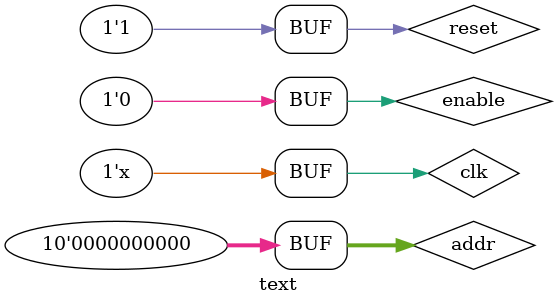
<source format=v>
`timescale 1ns / 1ps


module text;

	// Inputs
	reg clk;
	reg reset;
	reg [11:2] addr;
	reg enable;

	// Outputs
	wire [31:0] dout;

	// Instantiate the Unit Under Test (UUT)
	im_4k uut (
		.clk(clk), 
		.reset(reset), 
		.addr(addr), 
		.enable(enable), 
		.dout(dout)
	);

	initial begin
		// Initialize Inputs
		#0 clk = 0;
		reset = 0;
		#5 reset=1'b1;
		addr = 0;
		enable = 0;

		// Wait 100 ns for global reset to finish
		#100;
        
		// Add stimulus here

	end
      always #10 clk=~clk;
endmodule


</source>
